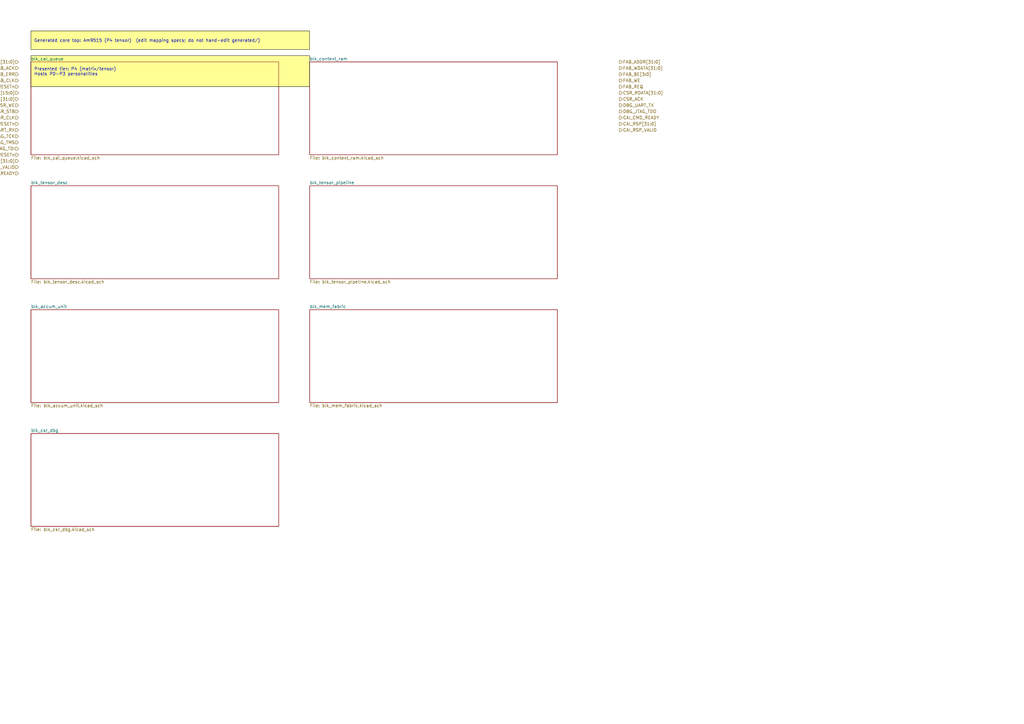
<source format=kicad_sch>
(kicad_sch
	(version 20250114)
	(generator "kicadgen")
	(generator_version "0.2")
	(uuid "f99c55da-f396-5178-8406-2d4553e1d08b")
	(paper "A3")
	(title_block
		(title "Am9515 (P4 tensor) (generated)")
		(company "Project Carbon")
		(comment 1 "Generated - do not edit in generated/")
		(comment 2 "Edit in schem/kicad9/manual/ or refine mapping specs")
	)
	(lib_symbols)
	(text_box
		"Generated core top: Am9515 (P4 tensor)  (edit mapping specs; do not hand-edit generated/)"
		(exclude_from_sim no)
		(at
			12.7
			12.7
			0
		)
		(size 114.3 7.62)
		(margins
			1.27
			1.27
			1.27
			1.27
		)
		(stroke
			(width 0)
			(type default)
			(color
				0
				0
				0
				1
			)
		)
		(fill
			(type color)
			(color
				255
				255
				150
				1
			)
		)
		(effects
			(font
				(size 1.27 1.27)
			)
			(justify left)
		)
		(uuid "ce27f87e-84bb-5beb-9753-010fda618cd6")
	)
	(text_box
		"Presented tier: P4 (matrix/tensor)\nHosts P0-P3 personalities"
		(exclude_from_sim no)
		(at
			12.7
			22.86
			0
		)
		(size 114.3 12.7)
		(margins
			1.27
			1.27
			1.27
			1.27
		)
		(stroke
			(width 0)
			(type default)
			(color
				0
				0
				0
				1
			)
		)
		(fill
			(type color)
			(color
				255
				255
				150
				1
			)
		)
		(effects
			(font
				(size 1.27 1.27)
			)
			(justify left)
		)
		(uuid "73d2ec85-9103-5931-b51f-af6c1039c961")
	)
	(sheet
		(at 12.7 25.4)
		(size 101.6 38.1)
		(exclude_from_sim no)
		(in_bom yes)
		(on_board yes)
		(dnp no)
		(stroke
			(width 0)
			(type solid)
		)
		(fill
			(color
				0
				0
				0
				0
			)
		)
		(uuid "f5400fcf-6d5c-5609-9a7c-623203c4a0c6")
		(property
			"Sheetname"
			"blk_cai_queue"
			(at
				12.7
				24.13
				0
			)
			(effects
				(font
					(size 1.27 1.27)
				)
				(justify left)
			)
		)
		(property
			"Sheetfile"
			"blk_cai_queue.kicad_sch"
			(at
				12.7
				64.77
				0
			)
			(effects
				(font
					(size 1.27 1.27)
				)
				(justify left)
			)
		)
		(instances
			(project
				"core_Am9515"
				(path
					"/f99c55da-f396-5178-8406-2d4553e1d08b"
					(page "2")
				)
			)
		)
	)
	(sheet
		(at 127 25.4)
		(size 101.6 38.1)
		(exclude_from_sim no)
		(in_bom yes)
		(on_board yes)
		(dnp no)
		(stroke
			(width 0)
			(type solid)
		)
		(fill
			(color
				0
				0
				0
				0
			)
		)
		(uuid "7445f47b-a8f6-55d9-96a5-e49840883553")
		(property
			"Sheetname"
			"blk_context_ram"
			(at
				127
				24.13
				0
			)
			(effects
				(font
					(size 1.27 1.27)
				)
				(justify left)
			)
		)
		(property
			"Sheetfile"
			"blk_context_ram.kicad_sch"
			(at
				127
				64.77
				0
			)
			(effects
				(font
					(size 1.27 1.27)
				)
				(justify left)
			)
		)
		(instances
			(project
				"core_Am9515"
				(path
					"/f99c55da-f396-5178-8406-2d4553e1d08b"
					(page "3")
				)
			)
		)
	)
	(sheet
		(at 12.7 76.2)
		(size 101.6 38.1)
		(exclude_from_sim no)
		(in_bom yes)
		(on_board yes)
		(dnp no)
		(stroke
			(width 0)
			(type solid)
		)
		(fill
			(color
				0
				0
				0
				0
			)
		)
		(uuid "50b390e1-baf3-5dce-b5d2-3328d0de6c8d")
		(property
			"Sheetname"
			"blk_tensor_desc"
			(at
				12.7
				74.93
				0
			)
			(effects
				(font
					(size 1.27 1.27)
				)
				(justify left)
			)
		)
		(property
			"Sheetfile"
			"blk_tensor_desc.kicad_sch"
			(at
				12.7
				115.57
				0
			)
			(effects
				(font
					(size 1.27 1.27)
				)
				(justify left)
			)
		)
		(instances
			(project
				"core_Am9515"
				(path
					"/f99c55da-f396-5178-8406-2d4553e1d08b"
					(page "4")
				)
			)
		)
	)
	(sheet
		(at 127 76.2)
		(size 101.6 38.1)
		(exclude_from_sim no)
		(in_bom yes)
		(on_board yes)
		(dnp no)
		(stroke
			(width 0)
			(type solid)
		)
		(fill
			(color
				0
				0
				0
				0
			)
		)
		(uuid "ec3c7cad-d8f0-5cc3-901a-0faa95d6864d")
		(property
			"Sheetname"
			"blk_tensor_pipeline"
			(at
				127
				74.93
				0
			)
			(effects
				(font
					(size 1.27 1.27)
				)
				(justify left)
			)
		)
		(property
			"Sheetfile"
			"blk_tensor_pipeline.kicad_sch"
			(at
				127
				115.57
				0
			)
			(effects
				(font
					(size 1.27 1.27)
				)
				(justify left)
			)
		)
		(instances
			(project
				"core_Am9515"
				(path
					"/f99c55da-f396-5178-8406-2d4553e1d08b"
					(page "5")
				)
			)
		)
	)
	(sheet
		(at 12.7 127)
		(size 101.6 38.1)
		(exclude_from_sim no)
		(in_bom yes)
		(on_board yes)
		(dnp no)
		(stroke
			(width 0)
			(type solid)
		)
		(fill
			(color
				0
				0
				0
				0
			)
		)
		(uuid "a0cb1557-ba33-5aa5-9609-aa0e2becc386")
		(property
			"Sheetname"
			"blk_accum_unit"
			(at
				12.7
				125.73
				0
			)
			(effects
				(font
					(size 1.27 1.27)
				)
				(justify left)
			)
		)
		(property
			"Sheetfile"
			"blk_accum_unit.kicad_sch"
			(at
				12.7
				166.37
				0
			)
			(effects
				(font
					(size 1.27 1.27)
				)
				(justify left)
			)
		)
		(instances
			(project
				"core_Am9515"
				(path
					"/f99c55da-f396-5178-8406-2d4553e1d08b"
					(page "6")
				)
			)
		)
	)
	(sheet
		(at 127 127)
		(size 101.6 38.1)
		(exclude_from_sim no)
		(in_bom yes)
		(on_board yes)
		(dnp no)
		(stroke
			(width 0)
			(type solid)
		)
		(fill
			(color
				0
				0
				0
				0
			)
		)
		(uuid "c0917515-80a0-594e-8770-40581b18eb38")
		(property
			"Sheetname"
			"blk_mem_fabric"
			(at
				127
				125.73
				0
			)
			(effects
				(font
					(size 1.27 1.27)
				)
				(justify left)
			)
		)
		(property
			"Sheetfile"
			"blk_mem_fabric.kicad_sch"
			(at
				127
				166.37
				0
			)
			(effects
				(font
					(size 1.27 1.27)
				)
				(justify left)
			)
		)
		(instances
			(project
				"core_Am9515"
				(path
					"/f99c55da-f396-5178-8406-2d4553e1d08b"
					(page "7")
				)
			)
		)
	)
	(sheet
		(at 12.7 177.8)
		(size 101.6 38.1)
		(exclude_from_sim no)
		(in_bom yes)
		(on_board yes)
		(dnp no)
		(stroke
			(width 0)
			(type solid)
		)
		(fill
			(color
				0
				0
				0
				0
			)
		)
		(uuid "daf6c3f9-2cc6-52bf-b825-3a15c93c0577")
		(property
			"Sheetname"
			"blk_csr_dbg"
			(at
				12.7
				176.53
				0
			)
			(effects
				(font
					(size 1.27 1.27)
				)
				(justify left)
			)
		)
		(property
			"Sheetfile"
			"blk_csr_dbg.kicad_sch"
			(at
				12.7
				217.17
				0
			)
			(effects
				(font
					(size 1.27 1.27)
				)
				(justify left)
			)
		)
		(instances
			(project
				"core_Am9515"
				(path
					"/f99c55da-f396-5178-8406-2d4553e1d08b"
					(page "8")
				)
			)
		)
	)
	(hierarchical_label
		"FAB_ADDR[31:0]"
		(shape output)
		(at
			254
			25.4
			0
		)
		(effects
			(font
				(size 1.27 1.27)
			)
			(justify left)
		)
		(uuid "334cdca9-8815-56e2-b2fa-621da6fb5b27")
	)
	(hierarchical_label
		"FAB_WDATA[31:0]"
		(shape output)
		(at
			254
			27.94
			0
		)
		(effects
			(font
				(size 1.27 1.27)
			)
			(justify left)
		)
		(uuid "c4f4b746-3710-5052-8fcb-1cb6cadf8c28")
	)
	(hierarchical_label
		"FAB_RDATA[31:0]"
		(shape input)
		(at
			7.62
			25.4
			180
		)
		(effects
			(font
				(size 1.27 1.27)
			)
			(justify right)
		)
		(uuid "5c597fe7-adb1-50dc-acd2-0b84e731a7ee")
	)
	(hierarchical_label
		"FAB_BE[3:0]"
		(shape output)
		(at
			254
			30.48
			0
		)
		(effects
			(font
				(size 1.27 1.27)
			)
			(justify left)
		)
		(uuid "c751fb7b-c980-5c8e-ba71-96428e89eb7e")
	)
	(hierarchical_label
		"FAB_WE"
		(shape output)
		(at
			254
			33.02
			0
		)
		(effects
			(font
				(size 1.27 1.27)
			)
			(justify left)
		)
		(uuid "1414e7bc-bb1a-5fc3-8616-59beaf756c6e")
	)
	(hierarchical_label
		"FAB_REQ"
		(shape output)
		(at
			254
			35.56
			0
		)
		(effects
			(font
				(size 1.27 1.27)
			)
			(justify left)
		)
		(uuid "09ecd1b5-ebaa-5225-9060-f1441c058470")
	)
	(hierarchical_label
		"FAB_ACK"
		(shape input)
		(at
			7.62
			27.94
			180
		)
		(effects
			(font
				(size 1.27 1.27)
			)
			(justify right)
		)
		(uuid "bffb48d3-2f8d-5fae-9401-690466d4f901")
	)
	(hierarchical_label
		"FAB_ERR"
		(shape input)
		(at
			7.62
			30.48
			180
		)
		(effects
			(font
				(size 1.27 1.27)
			)
			(justify right)
		)
		(uuid "e60e0198-f037-556f-a9d1-bc660a81b1d9")
	)
	(hierarchical_label
		"FAB_CLK"
		(shape input)
		(at
			7.62
			33.02
			180
		)
		(effects
			(font
				(size 1.27 1.27)
			)
			(justify right)
		)
		(uuid "e43c6e02-7b59-5a42-a1e4-0aa1e94345fb")
	)
	(hierarchical_label
		"FAB_RESETn"
		(shape input)
		(at
			7.62
			35.56
			180
		)
		(effects
			(font
				(size 1.27 1.27)
			)
			(justify right)
		)
		(uuid "330378d6-7f39-5ddb-a216-59793d5a1b42")
	)
	(hierarchical_label
		"CSR_ADDR[15:0]"
		(shape input)
		(at
			7.62
			38.1
			180
		)
		(effects
			(font
				(size 1.27 1.27)
			)
			(justify right)
		)
		(uuid "cb3c422e-a074-5cdd-b1aa-98b139b64c1c")
	)
	(hierarchical_label
		"CSR_WDATA[31:0]"
		(shape input)
		(at
			7.62
			40.64
			180
		)
		(effects
			(font
				(size 1.27 1.27)
			)
			(justify right)
		)
		(uuid "a01c632c-3bea-52e4-899d-a9c7982b1df9")
	)
	(hierarchical_label
		"CSR_RDATA[31:0]"
		(shape output)
		(at
			254
			38.1
			0
		)
		(effects
			(font
				(size 1.27 1.27)
			)
			(justify left)
		)
		(uuid "5169f153-752f-52c6-adc2-1eef441ceb0d")
	)
	(hierarchical_label
		"CSR_WE"
		(shape input)
		(at
			7.62
			43.18
			180
		)
		(effects
			(font
				(size 1.27 1.27)
			)
			(justify right)
		)
		(uuid "7075fb67-1d9f-5341-82e5-5f3c24b7c84e")
	)
	(hierarchical_label
		"CSR_STB"
		(shape input)
		(at
			7.62
			45.72
			180
		)
		(effects
			(font
				(size 1.27 1.27)
			)
			(justify right)
		)
		(uuid "3d5fdb0a-022e-5931-a6e7-53b6037441d6")
	)
	(hierarchical_label
		"CSR_ACK"
		(shape output)
		(at
			254
			40.64
			0
		)
		(effects
			(font
				(size 1.27 1.27)
			)
			(justify left)
		)
		(uuid "e624ba55-8fd6-5ef9-ac23-afb81059ba09")
	)
	(hierarchical_label
		"CSR_CLK"
		(shape input)
		(at
			7.62
			48.26
			180
		)
		(effects
			(font
				(size 1.27 1.27)
			)
			(justify right)
		)
		(uuid "1d267b3d-787c-54b7-a015-7a5942f80138")
	)
	(hierarchical_label
		"CSR_RESETn"
		(shape input)
		(at
			7.62
			50.8
			180
		)
		(effects
			(font
				(size 1.27 1.27)
			)
			(justify right)
		)
		(uuid "93014a79-d0de-5d2c-b239-74ade3e019e6")
	)
	(hierarchical_label
		"DBG_UART_TX"
		(shape output)
		(at
			254
			43.18
			0
		)
		(effects
			(font
				(size 1.27 1.27)
			)
			(justify left)
		)
		(uuid "74efb88f-7dac-512d-8d4c-887865ca9ecc")
	)
	(hierarchical_label
		"DBG_UART_RX"
		(shape input)
		(at
			7.62
			53.34
			180
		)
		(effects
			(font
				(size 1.27 1.27)
			)
			(justify right)
		)
		(uuid "e306623e-bb5a-556d-818a-1175f3cafa88")
	)
	(hierarchical_label
		"DBG_JTAG_TCK"
		(shape input)
		(at
			7.62
			55.88
			180
		)
		(effects
			(font
				(size 1.27 1.27)
			)
			(justify right)
		)
		(uuid "b7aaac96-113e-5842-8416-712023bc6cad")
	)
	(hierarchical_label
		"DBG_JTAG_TMS"
		(shape input)
		(at
			7.62
			58.42
			180
		)
		(effects
			(font
				(size 1.27 1.27)
			)
			(justify right)
		)
		(uuid "9c1cecaf-4adb-5f8a-a4d7-8d27480d7cef")
	)
	(hierarchical_label
		"DBG_JTAG_TDI"
		(shape input)
		(at
			7.62
			60.96
			180
		)
		(effects
			(font
				(size 1.27 1.27)
			)
			(justify right)
		)
		(uuid "1f0a1aa2-cbbf-57fd-a51d-e9480dfb26b1")
	)
	(hierarchical_label
		"DBG_JTAG_TDO"
		(shape output)
		(at
			254
			45.72
			0
		)
		(effects
			(font
				(size 1.27 1.27)
			)
			(justify left)
		)
		(uuid "1bebbcfc-f20c-51db-8862-55bc6dd1351e")
	)
	(hierarchical_label
		"DBG_RESETn"
		(shape input)
		(at
			7.62
			63.5
			180
		)
		(effects
			(font
				(size 1.27 1.27)
			)
			(justify right)
		)
		(uuid "afea785c-f995-5175-9b63-12c504aa2855")
	)
	(hierarchical_label
		"CAI_CMD[31:0]"
		(shape input)
		(at
			7.62
			66.04
			180
		)
		(effects
			(font
				(size 1.27 1.27)
			)
			(justify right)
		)
		(uuid "02392bea-c3ae-53f8-90ee-acee9c77dfb2")
	)
	(hierarchical_label
		"CAI_CMD_VALID"
		(shape input)
		(at
			7.62
			68.58
			180
		)
		(effects
			(font
				(size 1.27 1.27)
			)
			(justify right)
		)
		(uuid "cb4da61f-9a6f-529f-8f45-04cb9d15fa60")
	)
	(hierarchical_label
		"CAI_CMD_READY"
		(shape output)
		(at
			254
			48.26
			0
		)
		(effects
			(font
				(size 1.27 1.27)
			)
			(justify left)
		)
		(uuid "4b0a88ff-d2d0-5a0e-b02c-71d392d4c8f4")
	)
	(hierarchical_label
		"CAI_RSP[31:0]"
		(shape output)
		(at
			254
			50.8
			0
		)
		(effects
			(font
				(size 1.27 1.27)
			)
			(justify left)
		)
		(uuid "1bd8d457-90cb-5f28-865e-2aef675198bd")
	)
	(hierarchical_label
		"CAI_RSP_VALID"
		(shape output)
		(at
			254
			53.34
			0
		)
		(effects
			(font
				(size 1.27 1.27)
			)
			(justify left)
		)
		(uuid "f6150312-b2e7-57e3-aee2-0067f54f48d6")
	)
	(hierarchical_label
		"CAI_RSP_READY"
		(shape input)
		(at
			7.62
			71.12
			180
		)
		(effects
			(font
				(size 1.27 1.27)
			)
			(justify right)
		)
		(uuid "27ca03bd-3d45-5aae-8cd7-1c3a421974f2")
	)
	(sheet_instances
		(path
			"/"
			(page "1")
		)
	)
	(embedded_fonts no)
)

</source>
